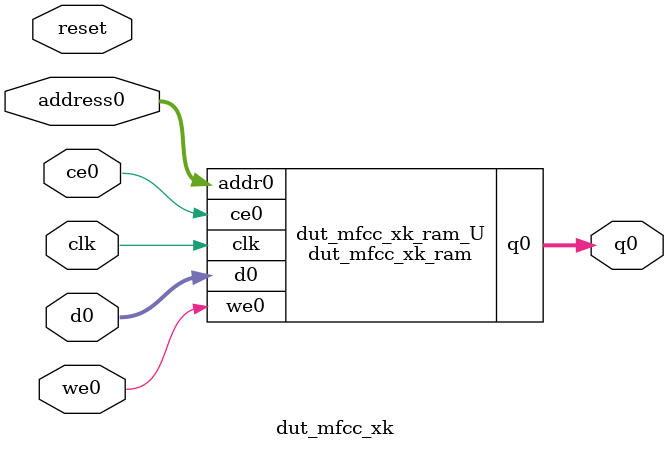
<source format=v>

`timescale 1 ns / 1 ps
module dut_mfcc_xk_ram (addr0, ce0, d0, we0, q0,  clk);

parameter DWIDTH = 64;
parameter AWIDTH = 8;
parameter MEM_SIZE = 256;

input[AWIDTH-1:0] addr0;
input ce0;
input[DWIDTH-1:0] d0;
input we0;
output reg[DWIDTH-1:0] q0;
input clk;

(* ram_style = "block" *)reg [DWIDTH-1:0] ram[MEM_SIZE-1:0];




always @(posedge clk)  
begin 
    if (ce0) 
    begin
        if (we0) 
        begin 
            ram[addr0] <= d0; 
            q0 <= d0;
        end 
        else 
            q0 <= ram[addr0];
    end
end


endmodule


`timescale 1 ns / 1 ps
module dut_mfcc_xk(
    reset,
    clk,
    address0,
    ce0,
    we0,
    d0,
    q0);

parameter DataWidth = 32'd64;
parameter AddressRange = 32'd256;
parameter AddressWidth = 32'd8;
input reset;
input clk;
input[AddressWidth - 1:0] address0;
input ce0;
input we0;
input[DataWidth - 1:0] d0;
output[DataWidth - 1:0] q0;



dut_mfcc_xk_ram dut_mfcc_xk_ram_U(
    .clk( clk ),
    .addr0( address0 ),
    .ce0( ce0 ),
    .d0( d0 ),
    .we0( we0 ),
    .q0( q0 ));

endmodule


</source>
